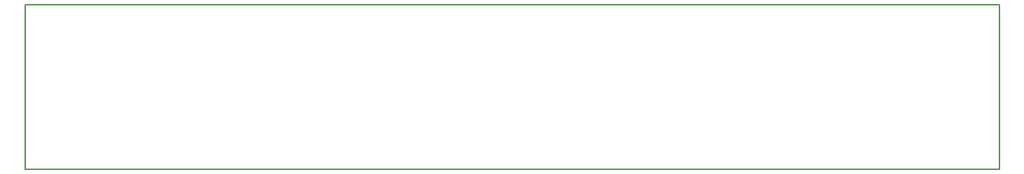
<source format=gbr>
G04 DipTrace 3.0.0.2*
G04 BoardOutline.gbr*
%MOIN*%
G04 #@! TF.FileFunction,Profile*
G04 #@! TF.Part,Single*
%ADD11C,0.005512*%
%FSLAX26Y26*%
G04*
G70*
G90*
G75*
G01*
G04 BoardOutline*
%LPD*%
X393701Y393701D2*
D11*
X5163701D1*
Y1203701D1*
X393701D1*
Y393701D1*
M02*

</source>
